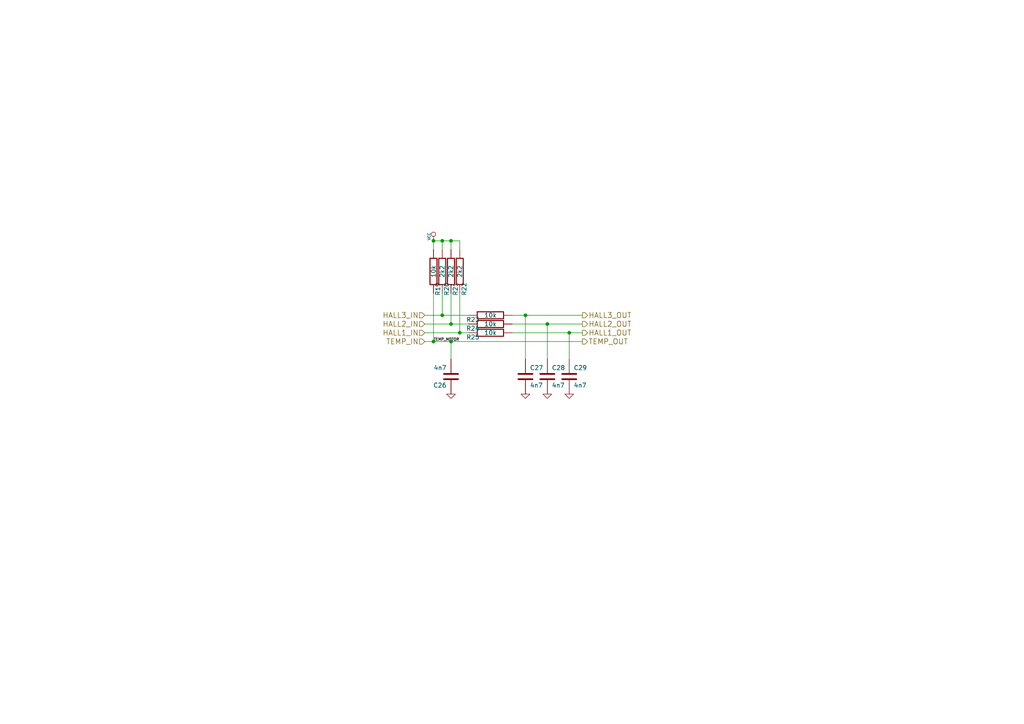
<source format=kicad_sch>
(kicad_sch (version 20231120) (generator "eeschema") (generator_version "8.0")
  (paper "A4")
  (lib_symbols
    (symbol "BLDC_4-rescue:C-RESCUE-BLDC_4" (pin_numbers hide) (pin_names (offset 0.254))
      (property "Reference" "C" (at 0 2.54 0))
      (property "Value" "C-RESCUE-BLDC_4" (at 0.1524 -2.159 0))
      (symbol "C-RESCUE-BLDC_4_0_1"
        (polyline (pts (xy -2.032 -0.762) (xy 2.032 -0.762)) (stroke (width 0.508)))
        (polyline (pts (xy -2.032 0.762) (xy 2.032 0.762)) (stroke (width 0.508)))
      )
      (symbol "C-RESCUE-BLDC_4_1_1"
        (pin passive line (at 0 5.08 270) (length 4.318) (name "~") (number "1"))
        (pin passive line (at 0 -5.08 90) (length 4.318) (name "~") (number "2"))
      )
    )
    (symbol "BLDC_4-rescue:GND-RESCUE-BLDC_4" (power) (pin_names (offset 0))
      (symbol "GND-RESCUE-BLDC_4_0_1"
        (polyline (pts (xy -1.27 0) (xy 0 -1.27) (xy 1.27 0) (xy -1.27 0)))
      )
      (symbol "GND-RESCUE-BLDC_4_1_1"
        (pin power_in line (at 0 0 90) (length 0) hide (name "GND") (number "1"))
      )
    )
    (symbol "BLDC_4-rescue:R-RESCUE-BLDC_4" (pin_numbers hide) (pin_names (offset 0))
      (property "Reference" "R" (at 2.032 0 90))
      (property "Value" "R-RESCUE-BLDC_4" (at 0.1778 0.0254 90))
      (symbol "R-RESCUE-BLDC_4_0_1"
        (rectangle (start -1.016 3.81) (end 1.016 -3.81) (stroke (width 0.3048)))
      )
      (symbol "R-RESCUE-BLDC_4_1_1"
        (pin passive line (at 0 6.35 270) (length 2.54) (name "~") (number "1"))
        (pin passive line (at 0 -6.35 90) (length 2.54) (name "~") (number "2"))
      )
    )
    (symbol "BLDC_4-rescue:VCC" (power) (pin_names (offset 0))
      (property "Value" "VCC" (at 0 3.81 0))
      (symbol "VCC_0_1"
        (polyline (pts (xy 0 0) (xy 0 1.27)))
        (circle (center 0 1.905) (radius 0.635))
      )
      (symbol "VCC_1_1"
        (pin power_in line (at 0 0 90) (length 0) hide (name "VCC") (number "1"))
      )
    )
  )
  (junction (at 165.1 96.52))
  (junction (at 128.27 91.44))
  (junction (at 125.73 69.85))
  (junction (at 130.81 69.85))
  (junction (at 158.75 93.98))
  (junction (at 152.4 91.44))
  (junction (at 125.73 99.06))
  (junction (at 128.27 69.85))
  (junction (at 130.81 99.06))
  (junction (at 133.35 96.52))
  (junction (at 130.81 93.98))
  (wire (pts (xy 130.81 69.85) (xy 133.35 69.85)))
  (wire (pts (xy 158.75 93.98) (xy 168.91 93.98)))
  (wire (pts (xy 130.81 99.06) (xy 168.91 99.06)))
  (wire (pts (xy 125.73 85.09) (xy 125.73 99.06)))
  (wire (pts (xy 125.73 69.85) (xy 125.73 72.39)))
  (wire (pts (xy 128.27 69.85) (xy 130.81 69.85)))
  (wire (pts (xy 133.35 69.85) (xy 133.35 72.39)))
  (wire (pts (xy 125.73 69.85) (xy 128.27 69.85)))
  (wire (pts (xy 148.59 91.44) (xy 152.4 91.44)))
  (wire (pts (xy 125.73 99.06) (xy 130.81 99.06)))
  (wire (pts (xy 133.35 85.09) (xy 133.35 96.52)))
  (wire (pts (xy 128.27 72.39) (xy 128.27 69.85)))
  (wire (pts (xy 130.81 93.98) (xy 135.89 93.98)))
  (wire (pts (xy 148.59 93.98) (xy 158.75 93.98)))
  (wire (pts (xy 152.4 91.44) (xy 152.4 104.14)))
  (wire (pts (xy 123.19 91.44) (xy 128.27 91.44)))
  (wire (pts (xy 158.75 93.98) (xy 158.75 104.14)))
  (wire (pts (xy 165.1 96.52) (xy 168.91 96.52)))
  (wire (pts (xy 130.81 99.06) (xy 130.81 104.14)))
  (wire (pts (xy 133.35 96.52) (xy 135.89 96.52)))
  (wire (pts (xy 128.27 91.44) (xy 135.89 91.44)))
  (wire (pts (xy 123.19 96.52) (xy 133.35 96.52)))
  (wire (pts (xy 152.4 91.44) (xy 168.91 91.44)))
  (wire (pts (xy 123.19 99.06) (xy 125.73 99.06)))
  (wire (pts (xy 130.81 69.85) (xy 130.81 72.39)))
  (wire (pts (xy 148.59 96.52) (xy 165.1 96.52)))
  (wire (pts (xy 128.27 85.09) (xy 128.27 91.44)))
  (wire (pts (xy 123.19 93.98) (xy 130.81 93.98)))
  (wire (pts (xy 165.1 96.52) (xy 165.1 104.14)))
  (wire (pts (xy 130.81 85.09) (xy 130.81 93.98)))
  (label "TEMP_MOTOR" (at 125.73 99.06 0) (effects (font (size 0.762 0.762))))
  (hierarchical_label "TEMP_IN" (shape input) (at 123.19 99.06 180) (effects (font (size 1.524 1.524))))
  (hierarchical_label "HALL1_OUT" (shape output) (at 168.91 96.52 0) (effects (font (size 1.524 1.524))))
  (hierarchical_label "HALL1_IN" (shape input) (at 123.19 96.52 180) (effects (font (size 1.524 1.524))))
  (hierarchical_label "HALL2_IN" (shape input) (at 123.19 93.98 180) (effects (font (size 1.524 1.524))))
  (hierarchical_label "TEMP_OUT" (shape output) (at 168.91 99.06 0) (effects (font (size 1.524 1.524))))
  (hierarchical_label "HALL3_OUT" (shape output) (at 168.91 91.44 0) (effects (font (size 1.524 1.524))))
  (hierarchical_label "HALL3_IN" (shape input) (at 123.19 91.44 180) (effects (font (size 1.524 1.524))))
  (hierarchical_label "HALL2_OUT" (shape output) (at 168.91 93.98 0) (effects (font (size 1.524 1.524))))
  (symbol (lib_id "BLDC_4-rescue:GND-RESCUE-BLDC_4") (at 130.81 114.3 0) (unit 1)
    (property "Reference" "#PWR026" (effects (hide yes)))
    (property "Value" "GND" (effects (hide yes)))
  )
  (symbol (lib_id "BLDC_4-rescue:R-RESCUE-BLDC_4") (at 130.81 78.74 180) (unit 1)
    (property "Reference" "R21" (at 132.08 83.82 90))
    (property "Value" "2k2" (at 130.81 78.74 90))
    (property "Footprint" "Resistor_SMD:R_0603_1608Metric" (effects (hide yes)))
  )
  (symbol (lib_id "BLDC_4-rescue:R-RESCUE-BLDC_4") (at 125.73 78.74 180) (unit 1)
    (property "Reference" "R19" (at 127 83.82 90))
    (property "Value" "10k" (at 125.73 78.74 90))
    (property "Footprint" "Resistor_SMD:R_0603_1608Metric" (effects (hide yes)))
  )
  (symbol (lib_id "BLDC_4-rescue:GND-RESCUE-BLDC_4") (at 165.1 114.3 0) (unit 1)
    (property "Reference" "#PWR029" (effects (hide yes)))
    (property "Value" "GND" (effects (hide yes)))
  )
  (symbol (lib_id "BLDC_4-rescue:GND-RESCUE-BLDC_4") (at 158.75 114.3 0) (unit 1)
    (property "Reference" "#PWR028" (effects (hide yes)))
    (property "Value" "GND" (effects (hide yes)))
  )
  (symbol (lib_id "BLDC_4-rescue:R-RESCUE-BLDC_4") (at 142.24 93.98 90) (unit 1)
    (property "Reference" "R24" (at 137.16 95.25 90))
    (property "Value" "10k" (at 142.24 93.98 90))
    (property "Footprint" "Resistor_SMD:R_0603_1608Metric" (effects (hide yes)))
  )
  (symbol (lib_id "BLDC_4-rescue:VCC") (at 125.73 69.85 0) (unit 1)
    (property "Reference" "#PWR025" (effects (hide yes)))
    (property "Value" "VCC" (at 124.46 68.58 90) (effects (font (size 0.762 0.762))))
  )
  (symbol (lib_id "BLDC_4-rescue:R-RESCUE-BLDC_4") (at 133.35 78.74 180) (unit 1)
    (property "Reference" "R22" (at 134.62 83.82 90))
    (property "Value" "2k2" (at 133.35 78.74 90))
    (property "Footprint" "Resistor_SMD:R_0603_1608Metric" (effects (hide yes)))
  )
  (symbol (lib_id "BLDC_4-rescue:GND-RESCUE-BLDC_4") (at 152.4 114.3 0) (unit 1)
    (property "Reference" "#PWR027" (effects (hide yes)))
    (property "Value" "GND" (effects (hide yes)))
  )
  (symbol (lib_id "BLDC_4-rescue:R-RESCUE-BLDC_4") (at 142.24 91.44 90) (unit 1)
    (property "Reference" "R23" (at 137.16 92.71 90))
    (property "Value" "10k" (at 142.24 91.44 90))
    (property "Footprint" "Resistor_SMD:R_0603_1608Metric" (effects (hide yes)))
  )
  (symbol (lib_id "BLDC_4-rescue:R-RESCUE-BLDC_4") (at 128.27 78.74 180) (unit 1)
    (property "Reference" "R20" (at 129.54 83.82 90))
    (property "Value" "2k2" (at 128.27 78.74 90))
    (property "Footprint" "Resistor_SMD:R_0603_1608Metric" (effects (hide yes)))
  )
  (symbol (lib_id "BLDC_4-rescue:R-RESCUE-BLDC_4") (at 142.24 96.52 90) (unit 1)
    (property "Reference" "R25" (at 137.16 97.79 90))
    (property "Value" "10k" (at 142.24 96.52 90))
    (property "Footprint" "Resistor_SMD:R_0603_1608Metric" (effects (hide yes)))
  )
  (symbol (lib_id "BLDC_4-rescue:C-RESCUE-BLDC_4") (at 165.1 109.22 0) (unit 1)
    (property "Reference" "C29" (at 166.37 106.68 0) (effects (justify left)))
    (property "Value" "4n7" (at 166.37 111.76 0) (effects (justify left)))
    (property "Footprint" "Capacitor_SMD:C_0603_1608Metric" (effects (hide yes)))
  )
  (symbol (lib_id "BLDC_4-rescue:C-RESCUE-BLDC_4") (at 130.81 109.22 180) (unit 1)
    (property "Reference" "C26" (at 129.54 111.76 0) (effects (justify left)))
    (property "Value" "4n7" (at 129.54 106.68 0) (effects (justify left)))
    (property "Footprint" "Capacitor_SMD:C_0603_1608Metric" (effects (hide yes)))
  )
  (symbol (lib_id "BLDC_4-rescue:C-RESCUE-BLDC_4") (at 152.4 109.22 0) (unit 1)
    (property "Reference" "C27" (at 153.67 106.68 0) (effects (justify left)))
    (property "Value" "4n7" (at 153.67 111.76 0) (effects (justify left)))
    (property "Footprint" "Capacitor_SMD:C_0603_1608Metric" (effects (hide yes)))
  )
  (symbol (lib_id "BLDC_4-rescue:C-RESCUE-BLDC_4") (at 158.75 109.22 0) (unit 1)
    (property "Reference" "C28" (at 160.02 106.68 0) (effects (justify left)))
    (property "Value" "4n7" (at 160.02 111.76 0) (effects (justify left)))
    (property "Footprint" "Capacitor_SMD:C_0603_1608Metric" (effects (hide yes)))
  )
)
</source>
